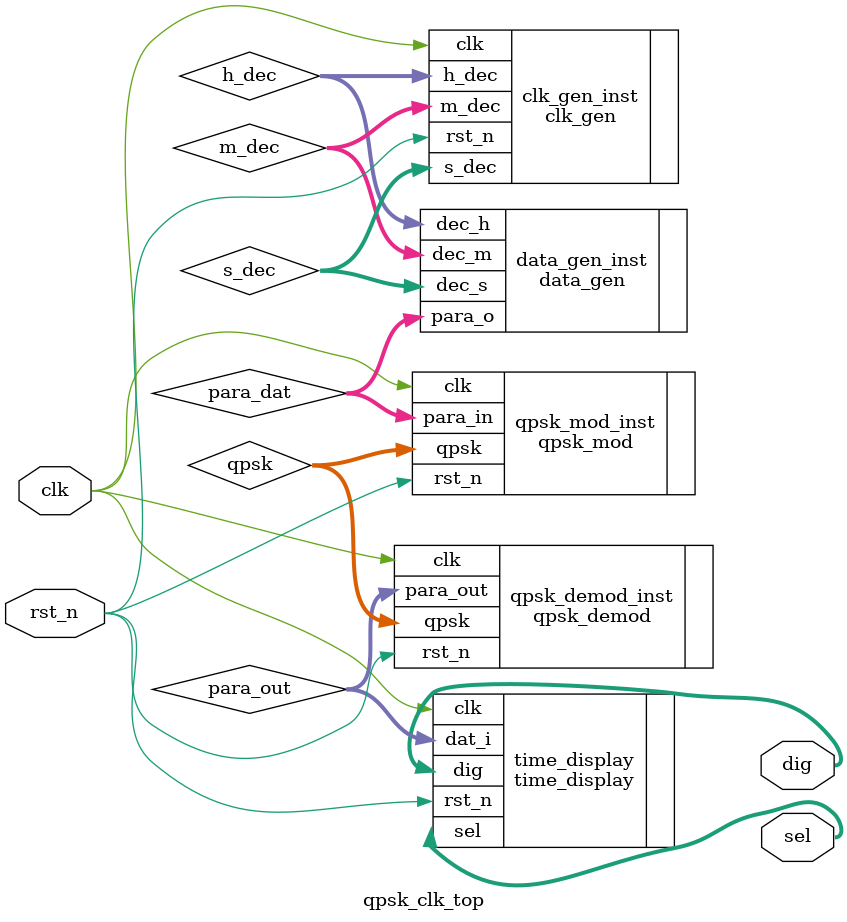
<source format=v>
`timescale 1ns / 1ps
module qpsk_clk_top
#(parameter HEADER = 8'hcc,   //帧头
            CNT_MAX = 26'd49_999_999) //测试速度,正常情况下设置为26'd49_999_999时每1s更新一次数据
(
    input wire          clk         ,  //50MHz
    input wire          rst_n       ,
    
    output wire [5:0]   sel         ,
    output wire [7:0]   dig         
);
    wire [27:0]         qpsk    ;
    wire [7:0]          s_dec   ;  //秒数据
    wire [7:0]          m_dec   ;  //分数据
    wire [7:0]          h_dec   ;  //秒数据
    wire [39:0]         para_dat;
    wire [39:0]         para_out;   //输出数据,包含时分秒


    
    
    //产生时分秒数据
    clk_gen 
    #(.CNT_MAX(CNT_MAX))  
    clk_gen_inst
    (
        .clk        (clk    ),  //50Mhz时钟
        .rst_n      (rst_n  ),

        .s_dec      (s_dec  ),
        .m_dec      (m_dec  ),
        .h_dec      (h_dec  )   
    );
    
    //将数据加上数据帧头和校验和，形成40bit数据
    data_gen
    #(.HEADER(HEADER))  //帧头
    data_gen_inst
    (
        .dec_s  (s_dec  ),
        .dec_m  (m_dec  ),
        .dec_h  (h_dec  ),

        .para_o (para_dat)
    );
    
    
    //调制
    qpsk_mod qpsk_mod_inst
    (
        .clk        (clk        ),
        .rst_n      (rst_n      ),
        .para_in    (para_dat   ),

        .qpsk       (qpsk       )
    );
    
    //解调
    qpsk_demod 
    #(.HEADER(HEADER))  //帧头    
    qpsk_demod_inst
    (
        .clk        (clk        ),
        .rst_n      (rst_n      ),
        .qpsk       (qpsk       ),  //经过仿真确认高位没有使用到, 定点小数精度24bit

        .para_out   (para_out   )   //解调后的并行数据输出
    );
    
    //将解调后的时间数据进行数码管显示
    time_display time_display
    (
        .clk        (clk    ),
        .rst_n      (rst_n  ),
        .dat_i      (para_out),

        .sel        (sel    ),  //数码管选择信号
        .dig        (dig    )   //数码管数据
    );
endmodule

</source>
